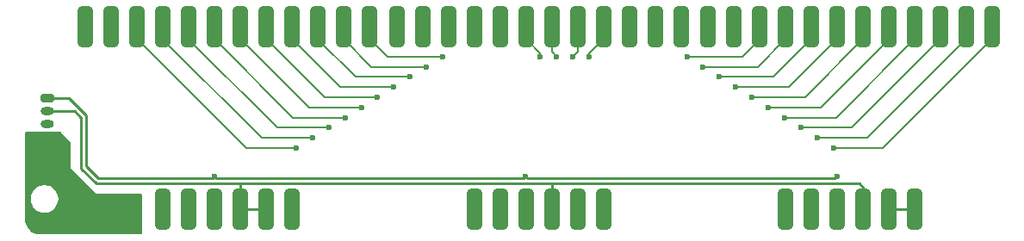
<source format=gbr>
%TF.GenerationSoftware,KiCad,Pcbnew,8.0.4*%
%TF.CreationDate,2024-08-04T13:50:59+08:00*%
%TF.ProjectId,mai-pico-nano-touch,6d61692d-7069-4636-9f2d-6e616e6f2d74,rev?*%
%TF.SameCoordinates,Original*%
%TF.FileFunction,Copper,L1,Top*%
%TF.FilePolarity,Positive*%
%FSLAX46Y46*%
G04 Gerber Fmt 4.6, Leading zero omitted, Abs format (unit mm)*
G04 Created by KiCad (PCBNEW 8.0.4) date 2024-08-04 13:50:59*
%MOMM*%
%LPD*%
G01*
G04 APERTURE LIST*
G04 Aperture macros list*
%AMRoundRect*
0 Rectangle with rounded corners*
0 $1 Rounding radius*
0 $2 $3 $4 $5 $6 $7 $8 $9 X,Y pos of 4 corners*
0 Add a 4 corners polygon primitive as box body*
4,1,4,$2,$3,$4,$5,$6,$7,$8,$9,$2,$3,0*
0 Add four circle primitives for the rounded corners*
1,1,$1+$1,$2,$3*
1,1,$1+$1,$4,$5*
1,1,$1+$1,$6,$7*
1,1,$1+$1,$8,$9*
0 Add four rect primitives between the rounded corners*
20,1,$1+$1,$2,$3,$4,$5,0*
20,1,$1+$1,$4,$5,$6,$7,0*
20,1,$1+$1,$6,$7,$8,$9,0*
20,1,$1+$1,$8,$9,$2,$3,0*%
G04 Aperture macros list end*
%TA.AperFunction,SMDPad,CuDef*%
%ADD10RoundRect,0.375000X-0.375000X-1.625000X0.375000X-1.625000X0.375000X1.625000X-0.375000X1.625000X0*%
%TD*%
%TA.AperFunction,ComponentPad*%
%ADD11RoundRect,0.200000X-0.450000X0.200000X-0.450000X-0.200000X0.450000X-0.200000X0.450000X0.200000X0*%
%TD*%
%TA.AperFunction,ComponentPad*%
%ADD12O,1.300000X0.800000*%
%TD*%
%TA.AperFunction,ViaPad*%
%ADD13C,0.600000*%
%TD*%
%TA.AperFunction,Conductor*%
%ADD14C,0.250000*%
%TD*%
%TA.AperFunction,Conductor*%
%ADD15C,0.150000*%
%TD*%
G04 APERTURE END LIST*
D10*
%TO.P,U1,1,ELE0*%
%TO.N,/E1*%
X144570000Y-75020000D03*
%TO.P,U1,2,ELE1*%
%TO.N,/E2*%
X142030000Y-75020001D03*
%TO.P,U1,3,ELE2*%
%TO.N,/E3*%
X139490000Y-75020000D03*
%TO.P,U1,4,ELE3*%
%TO.N,/E4*%
X136950000Y-75020000D03*
%TO.P,U1,5,ELE4*%
%TO.N,/E5*%
X134410000Y-75020000D03*
%TO.P,U1,6,ELE5*%
%TO.N,/E6*%
X131870001Y-75020000D03*
%TO.P,U1,7,ELE6*%
%TO.N,/E7*%
X129329999Y-75020000D03*
%TO.P,U1,8,ELE7*%
%TO.N,/E8*%
X126790000Y-75020000D03*
%TO.P,U1,9,ELE8*%
%TO.N,/E9*%
X124250000Y-75020000D03*
%TO.P,U1,10,ELE9*%
%TO.N,/E10*%
X121710000Y-75020000D03*
%TO.P,U1,11,ELE10*%
%TO.N,/E11*%
X119170000Y-75020001D03*
%TO.P,U1,12,ELE11*%
%TO.N,/E12*%
X116630000Y-75020000D03*
%TO.P,U1,13,GND*%
%TO.N,GND*%
X136950000Y-92980000D03*
%TO.P,U1,14,ADDR*%
X134410000Y-92980000D03*
%TO.P,U1,15,SDA*%
%TO.N,/SDA*%
X131870001Y-92980000D03*
%TO.P,U1,16,SCL*%
%TO.N,/SCL*%
X129329999Y-92980000D03*
%TO.P,U1,17,IRQ*%
%TO.N,unconnected-(U1-IRQ-Pad17)*%
X126790000Y-92980000D03*
%TO.P,U1,18,VCC*%
%TO.N,VDD*%
X124250000Y-92980000D03*
%TD*%
%TO.P,U2,1,ELE0*%
%TO.N,/E13*%
X113970000Y-75020000D03*
%TO.P,U2,2,ELE1*%
%TO.N,/E14*%
X111430000Y-75020001D03*
%TO.P,U2,3,ELE2*%
%TO.N,/E15*%
X108890000Y-75020000D03*
%TO.P,U2,4,ELE3*%
%TO.N,/E16*%
X106350000Y-75020000D03*
%TO.P,U2,5,ELE4*%
%TO.N,/E17*%
X103810000Y-75020000D03*
%TO.P,U2,6,ELE5*%
%TO.N,/E18*%
X101270001Y-75020000D03*
%TO.P,U2,7,ELE6*%
%TO.N,/E19*%
X98729999Y-75020000D03*
%TO.P,U2,8,ELE7*%
%TO.N,/E20*%
X96190000Y-75020000D03*
%TO.P,U2,9,ELE8*%
%TO.N,/E21*%
X93650000Y-75020000D03*
%TO.P,U2,10,ELE9*%
%TO.N,/E22*%
X91110000Y-75020000D03*
%TO.P,U2,11,ELE10*%
%TO.N,/E23*%
X88570000Y-75020001D03*
%TO.P,U2,12,ELE11*%
%TO.N,/E24*%
X86030000Y-75020000D03*
%TO.P,U2,13,GND*%
%TO.N,GND*%
X106350000Y-92980000D03*
%TO.P,U2,14,ADDR*%
%TO.N,VDD*%
X103810000Y-92980000D03*
%TO.P,U2,15,SDA*%
%TO.N,/SDA*%
X101270001Y-92980000D03*
%TO.P,U2,16,SCL*%
%TO.N,/SCL*%
X98729999Y-92980000D03*
%TO.P,U2,17,IRQ*%
%TO.N,unconnected-(U2-IRQ-Pad17)*%
X96190000Y-92980000D03*
%TO.P,U2,18,VCC*%
%TO.N,VDD*%
X93650000Y-92980000D03*
%TD*%
%TO.P,U3,1,ELE0*%
%TO.N,/E25*%
X83370000Y-75020000D03*
%TO.P,U3,2,ELE1*%
%TO.N,/E26*%
X80830000Y-75020001D03*
%TO.P,U3,3,ELE2*%
%TO.N,/E27*%
X78290000Y-75020000D03*
%TO.P,U3,4,ELE3*%
%TO.N,/E28*%
X75750000Y-75020000D03*
%TO.P,U3,5,ELE4*%
%TO.N,/E29*%
X73210000Y-75020000D03*
%TO.P,U3,6,ELE5*%
%TO.N,/E30*%
X70670001Y-75020000D03*
%TO.P,U3,7,ELE6*%
%TO.N,/E31*%
X68129999Y-75020000D03*
%TO.P,U3,8,ELE7*%
%TO.N,/E32*%
X65590000Y-75020000D03*
%TO.P,U3,9,ELE8*%
%TO.N,/E33*%
X63050000Y-75020000D03*
%TO.P,U3,10,ELE9*%
%TO.N,/E34*%
X60510000Y-75020000D03*
%TO.P,U3,11,ELE10*%
%TO.N,unconnected-(U3-ELE10-Pad11)*%
X57970000Y-75020001D03*
%TO.P,U3,12,ELE11*%
%TO.N,unconnected-(U3-ELE11-Pad12)*%
X55430000Y-75020000D03*
%TO.P,U3,13,GND*%
%TO.N,GND*%
X75750000Y-92980000D03*
%TO.P,U3,14,ADDR*%
%TO.N,/SDA*%
X73210000Y-92980000D03*
%TO.P,U3,15,SDA*%
X70670001Y-92980000D03*
%TO.P,U3,16,SCL*%
%TO.N,/SCL*%
X68129999Y-92980000D03*
%TO.P,U3,17,IRQ*%
%TO.N,unconnected-(U3-IRQ-Pad17)*%
X65590000Y-92980000D03*
%TO.P,U3,18,VCC*%
%TO.N,VDD*%
X63050000Y-92980000D03*
%TD*%
D11*
%TO.P,J1,1,Pin_1*%
%TO.N,/SCL*%
X51700000Y-82125000D03*
D12*
%TO.P,J1,2,Pin_2*%
%TO.N,/SDA*%
X51700000Y-83374999D03*
%TO.P,J1,3,Pin_3*%
%TO.N,VDD*%
X51700000Y-84625000D03*
%TO.P,J1,4,Pin_4*%
%TO.N,GND*%
X51700000Y-85874999D03*
%TD*%
D13*
%TO.N,/SCL*%
X129300000Y-91200000D03*
X129300000Y-89800000D03*
X129300000Y-89800000D03*
X68100000Y-89800000D03*
X98700000Y-89800000D03*
X98700000Y-91200000D03*
X68100000Y-91200000D03*
%TO.N,VDD*%
X93300000Y-92200000D03*
X123900000Y-92200000D03*
X103800000Y-92200000D03*
X63400000Y-92200000D03*
X124600000Y-92200000D03*
X62700000Y-92200000D03*
X94000000Y-92200000D03*
%TO.N,GND*%
X51000000Y-88000000D03*
X57000000Y-94000000D03*
X53000000Y-93000000D03*
X58000000Y-95000000D03*
X55000000Y-93000000D03*
X52000000Y-88000000D03*
X137300000Y-94600000D03*
X106700000Y-94600000D03*
X136600000Y-94600000D03*
X53000000Y-88000000D03*
X57000000Y-95000000D03*
X51000000Y-89000000D03*
X75400000Y-94600000D03*
X55000000Y-95000000D03*
X53000000Y-87000000D03*
X51000000Y-87000000D03*
X59000000Y-95000000D03*
X53000000Y-89000000D03*
X51000000Y-95000000D03*
X58000000Y-94000000D03*
X60000000Y-95000000D03*
X53000000Y-95000000D03*
X52000000Y-87000000D03*
X53000000Y-91000000D03*
X106000000Y-94600000D03*
X60000000Y-94000000D03*
X76100000Y-94600000D03*
X52000000Y-89000000D03*
X59000000Y-94000000D03*
%TO.N,/E19*%
X100150000Y-78000000D03*
%TO.N,/E2*%
X127350000Y-86000000D03*
%TO.N,/E16*%
X104950000Y-78000000D03*
%TO.N,/E27*%
X87350000Y-80000000D03*
%TO.N,/E5*%
X122550000Y-83000000D03*
%TO.N,/E22*%
X91100000Y-74750000D03*
%TO.N,/E4*%
X124150000Y-84000000D03*
%TO.N,/E7*%
X119350000Y-81000000D03*
%TO.N,/E33*%
X77750000Y-86000000D03*
%TO.N,/E21*%
X93650000Y-73750000D03*
%TO.N,/E3*%
X125750000Y-85000000D03*
%TO.N,/E20*%
X96200000Y-73750000D03*
%TO.N,/E1*%
X128950000Y-87000000D03*
%TO.N,/E34*%
X76150000Y-87000000D03*
%TO.N,/E24*%
X86000000Y-76500000D03*
%TO.N,/E18*%
X101750000Y-78000000D03*
%TO.N,/E12*%
X116600000Y-75750000D03*
%TO.N,/E25*%
X90550000Y-78000000D03*
%TO.N,/E14*%
X111400000Y-73750000D03*
%TO.N,/E9*%
X116150000Y-79000000D03*
%TO.N,/E8*%
X117750000Y-80000000D03*
%TO.N,/E15*%
X108850000Y-73750000D03*
%TO.N,/E23*%
X88600000Y-75750000D03*
%TO.N,/E17*%
X103350000Y-78000000D03*
%TO.N,/E6*%
X120950000Y-82000000D03*
%TO.N,/E10*%
X114550000Y-78000000D03*
%TO.N,/E32*%
X79350000Y-85000000D03*
%TO.N,/E28*%
X85750000Y-81000000D03*
%TO.N,/E11*%
X119150000Y-76500000D03*
%TO.N,/E31*%
X80950000Y-84000000D03*
%TO.N,/E29*%
X84150000Y-82000000D03*
%TO.N,/E30*%
X82550000Y-83000000D03*
%TO.N,/E26*%
X88950000Y-79000000D03*
%TO.N,/E13*%
X113950000Y-74750000D03*
%TD*%
D14*
%TO.N,/SDA*%
X131870001Y-92980000D02*
X131870001Y-90870001D01*
X70670001Y-92980000D02*
X70670001Y-90529999D01*
X70670001Y-92980000D02*
X73210000Y-92980000D01*
X55000000Y-89000000D02*
X55000000Y-84000000D01*
X55000000Y-84000000D02*
X54374999Y-83374999D01*
X131500000Y-90500000D02*
X101300000Y-90500000D01*
X54374999Y-83374999D02*
X51700000Y-83374999D01*
X70700000Y-90500000D02*
X56500000Y-90500000D01*
X101300000Y-90500000D02*
X70700000Y-90500000D01*
X56500000Y-90500000D02*
X55000000Y-89000000D01*
X101270001Y-92980000D02*
X101270001Y-90529999D01*
X101270001Y-90529999D02*
X101300000Y-90500000D01*
X70670001Y-90529999D02*
X70700000Y-90500000D01*
X131870001Y-90870001D02*
X131500000Y-90500000D01*
%TO.N,/SCL*%
X68300000Y-90000000D02*
X98500000Y-90000000D01*
X129100000Y-90000000D02*
X129300000Y-89800000D01*
X68100000Y-89800000D02*
X67900000Y-90000000D01*
X55500000Y-88800000D02*
X55500000Y-83800000D01*
X98900000Y-90000000D02*
X129100000Y-90000000D01*
X67900000Y-90000000D02*
X56700000Y-90000000D01*
X98700000Y-89800000D02*
X98900000Y-90000000D01*
X55500000Y-83800000D02*
X53825000Y-82125000D01*
X68100000Y-89800000D02*
X68300000Y-90000000D01*
X56700000Y-90000000D02*
X55500000Y-88800000D01*
X98500000Y-90000000D02*
X98700000Y-89800000D01*
X53825000Y-82125000D02*
X51700000Y-82125000D01*
%TO.N,GND*%
X134410000Y-92980000D02*
X136950000Y-92980000D01*
D15*
%TO.N,/E19*%
X100150000Y-77700000D02*
X98729999Y-76279999D01*
D14*
X98729999Y-76270001D02*
X98729999Y-75020000D01*
D15*
X98729999Y-76279999D02*
X98729999Y-75020000D01*
X100150000Y-78000000D02*
X100150000Y-77700000D01*
%TO.N,/E2*%
X132300000Y-86000000D02*
X142030000Y-76270000D01*
X142030000Y-76270000D02*
X142030000Y-75020001D01*
X127350000Y-86000000D02*
X132300000Y-86000000D01*
%TO.N,/E16*%
X106350000Y-76250000D02*
X106350000Y-75020000D01*
X104950000Y-77650000D02*
X106350000Y-76250000D01*
X104950000Y-78000000D02*
X104950000Y-77650000D01*
%TO.N,/E27*%
X78290000Y-76290000D02*
X78290000Y-75020000D01*
X82000000Y-80000000D02*
X78290000Y-76290000D01*
X87350000Y-80000000D02*
X82000000Y-80000000D01*
%TO.N,/E5*%
X127700000Y-83000000D02*
X134410000Y-76290000D01*
X134410000Y-76290000D02*
X134410000Y-75020000D01*
X122550000Y-83000000D02*
X127700000Y-83000000D01*
D14*
%TO.N,/E22*%
X91110000Y-76310000D02*
X91110000Y-75020000D01*
D15*
%TO.N,/E4*%
X136950000Y-76250000D02*
X136950000Y-75020000D01*
X129200000Y-84000000D02*
X136950000Y-76250000D01*
X124150000Y-84000000D02*
X129200000Y-84000000D01*
%TO.N,/E7*%
X129329999Y-76270001D02*
X129329999Y-75020000D01*
X119350000Y-81000000D02*
X124600000Y-81000000D01*
X124600000Y-81000000D02*
X129329999Y-76270001D01*
%TO.N,/E33*%
X72750000Y-86000000D02*
X63050000Y-76300000D01*
X63050000Y-76300000D02*
X63050000Y-75020000D01*
X77750000Y-86000000D02*
X72750000Y-86000000D01*
D14*
%TO.N,/E21*%
X93650000Y-76350000D02*
X93650000Y-75020000D01*
D15*
%TO.N,/E3*%
X125750000Y-85000000D02*
X130750000Y-85000000D01*
X130750000Y-85000000D02*
X139490000Y-76260000D01*
X139490000Y-76260000D02*
X139490000Y-75020000D01*
%TO.N,/E20*%
X96000000Y-75210000D02*
X96190000Y-75020000D01*
X96190000Y-76240000D02*
X96190000Y-75020000D01*
%TO.N,/E1*%
X133850000Y-87000000D02*
X144570000Y-76280000D01*
X144570000Y-76280000D02*
X144570000Y-75020000D01*
X128950000Y-87000000D02*
X133850000Y-87000000D01*
%TO.N,/E34*%
X71250000Y-87000000D02*
X60510000Y-76260000D01*
X76150000Y-87000000D02*
X71250000Y-87000000D01*
X60510000Y-76260000D02*
X60510000Y-75020000D01*
D14*
%TO.N,/E18*%
X101270001Y-76229999D02*
X101270001Y-75020000D01*
D15*
X101750000Y-78000000D02*
X101270001Y-77520001D01*
X101270001Y-77520001D02*
X101270001Y-75020000D01*
%TO.N,/E25*%
X83370000Y-76270000D02*
X83370000Y-75020000D01*
X85100000Y-78000000D02*
X83370000Y-76270000D01*
X90550000Y-78000000D02*
X85100000Y-78000000D01*
%TO.N,/E9*%
X116150000Y-79000000D02*
X121500000Y-79000000D01*
X121500000Y-79000000D02*
X124250000Y-76250000D01*
X124250000Y-76250000D02*
X124250000Y-75020000D01*
%TO.N,/E8*%
X117750000Y-80000000D02*
X123050000Y-80000000D01*
X123050000Y-80000000D02*
X126790000Y-76260000D01*
X126790000Y-76260000D02*
X126790000Y-75020000D01*
%TO.N,/E15*%
X108890000Y-76260000D02*
X108890000Y-75020000D01*
%TO.N,/E17*%
X103810000Y-77540000D02*
X103810000Y-75020000D01*
X103350000Y-78000000D02*
X103810000Y-77540000D01*
%TO.N,/E6*%
X126150000Y-82000000D02*
X131870001Y-76279999D01*
X131870001Y-76279999D02*
X131870001Y-75020000D01*
X120950000Y-82000000D02*
X126150000Y-82000000D01*
%TO.N,/E10*%
X121710000Y-76290000D02*
X121710000Y-75020000D01*
X114550000Y-78000000D02*
X120000000Y-78000000D01*
X120000000Y-78000000D02*
X121710000Y-76290000D01*
%TO.N,/E32*%
X79300000Y-84950000D02*
X74250000Y-84950000D01*
X65590000Y-76290000D02*
X65590000Y-75020000D01*
X74250000Y-84950000D02*
X65590000Y-76290000D01*
X79350000Y-85000000D02*
X79300000Y-84950000D01*
%TO.N,/E28*%
X85750000Y-81000000D02*
X80500000Y-81000000D01*
X80500000Y-81000000D02*
X75750000Y-76250000D01*
X75750000Y-76250000D02*
X75750000Y-75020000D01*
%TO.N,/E31*%
X68129999Y-76279999D02*
X68129999Y-75020000D01*
X80950000Y-84000000D02*
X75850000Y-84000000D01*
X75850000Y-84000000D02*
X68129999Y-76279999D01*
%TO.N,/E29*%
X78950000Y-82000000D02*
X73210000Y-76260000D01*
X84150000Y-82000000D02*
X78950000Y-82000000D01*
X73210000Y-76260000D02*
X73210000Y-75020000D01*
%TO.N,/E30*%
X77400000Y-83000000D02*
X70670001Y-76270001D01*
X82550000Y-83000000D02*
X77400000Y-83000000D01*
X70670001Y-76270001D02*
X70670001Y-75020000D01*
%TO.N,/E26*%
X80830000Y-76280000D02*
X80830000Y-75020001D01*
X83550000Y-79000000D02*
X80830000Y-76280000D01*
X88950000Y-79000000D02*
X83550000Y-79000000D01*
%TD*%
%TA.AperFunction,Conductor*%
%TO.N,GND*%
G36*
X53015677Y-85419685D02*
G01*
X53036319Y-85436319D01*
X53963681Y-86363681D01*
X53997166Y-86425004D01*
X54000000Y-86451362D01*
X54000000Y-89000000D01*
X56500000Y-91500000D01*
X60876000Y-91500000D01*
X60943039Y-91519685D01*
X60988794Y-91572489D01*
X61000000Y-91624000D01*
X61000000Y-95375500D01*
X60980315Y-95442539D01*
X60927511Y-95488294D01*
X60876000Y-95499500D01*
X51004428Y-95499500D01*
X50995582Y-95499184D01*
X50973622Y-95497613D01*
X50795442Y-95484869D01*
X50777931Y-95482351D01*
X50586212Y-95440646D01*
X50569236Y-95435662D01*
X50385390Y-95367090D01*
X50369298Y-95359740D01*
X50197095Y-95265711D01*
X50182210Y-95256146D01*
X50025132Y-95138558D01*
X50011762Y-95126972D01*
X49873027Y-94988237D01*
X49861441Y-94974867D01*
X49743849Y-94817784D01*
X49734288Y-94802904D01*
X49640259Y-94630701D01*
X49632909Y-94614609D01*
X49572091Y-94451551D01*
X49564334Y-94430755D01*
X49559355Y-94413797D01*
X49517647Y-94222063D01*
X49515130Y-94204556D01*
X49500816Y-94004418D01*
X49500500Y-93995572D01*
X49500500Y-91893713D01*
X50049500Y-91893713D01*
X50049500Y-92106286D01*
X50082753Y-92316239D01*
X50148444Y-92518414D01*
X50244951Y-92707820D01*
X50369890Y-92879786D01*
X50520213Y-93030109D01*
X50692179Y-93155048D01*
X50692181Y-93155049D01*
X50692184Y-93155051D01*
X50881588Y-93251557D01*
X51083757Y-93317246D01*
X51293713Y-93350500D01*
X51293714Y-93350500D01*
X51506286Y-93350500D01*
X51506287Y-93350500D01*
X51716243Y-93317246D01*
X51918412Y-93251557D01*
X52107816Y-93155051D01*
X52129789Y-93139086D01*
X52279786Y-93030109D01*
X52279788Y-93030106D01*
X52279792Y-93030104D01*
X52430104Y-92879792D01*
X52430106Y-92879788D01*
X52430109Y-92879786D01*
X52555048Y-92707820D01*
X52555047Y-92707820D01*
X52555051Y-92707816D01*
X52651557Y-92518412D01*
X52717246Y-92316243D01*
X52750500Y-92106287D01*
X52750500Y-91893713D01*
X52717246Y-91683757D01*
X52651557Y-91481588D01*
X52555051Y-91292184D01*
X52555049Y-91292181D01*
X52555048Y-91292179D01*
X52430109Y-91120213D01*
X52279786Y-90969890D01*
X52107820Y-90844951D01*
X51918414Y-90748444D01*
X51918413Y-90748443D01*
X51918412Y-90748443D01*
X51716243Y-90682754D01*
X51716241Y-90682753D01*
X51716240Y-90682753D01*
X51554957Y-90657208D01*
X51506287Y-90649500D01*
X51293713Y-90649500D01*
X51245042Y-90657208D01*
X51083760Y-90682753D01*
X50881585Y-90748444D01*
X50692179Y-90844951D01*
X50520213Y-90969890D01*
X50369890Y-91120213D01*
X50244951Y-91292179D01*
X50148444Y-91481585D01*
X50082753Y-91683760D01*
X50049500Y-91893713D01*
X49500500Y-91893713D01*
X49500500Y-85524000D01*
X49520185Y-85456961D01*
X49572989Y-85411206D01*
X49624500Y-85400000D01*
X52948638Y-85400000D01*
X53015677Y-85419685D01*
G37*
%TD.AperFunction*%
%TD*%
M02*

</source>
